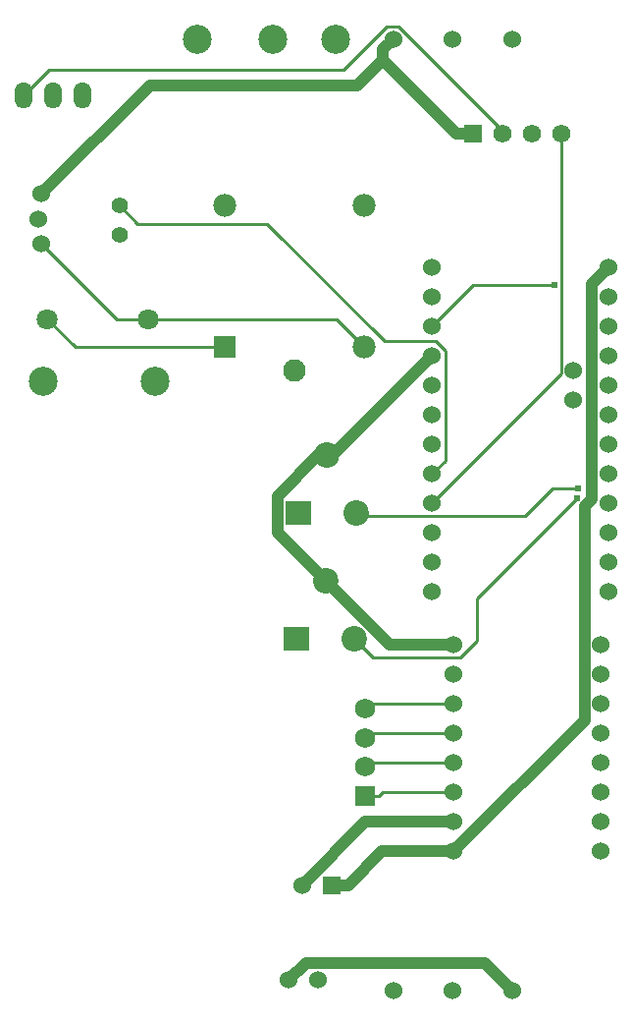
<source format=gtl>
G04 Layer: TopLayer*
G04 EasyEDA v6.5.47, 2024-11-13 16:13:54*
G04 74c0bd91fdf74cf69fbd3cf6ffc820c0,28dbc4cd0de04f76b295d4d1f3f9c80b,10*
G04 Gerber Generator version 0.2*
G04 Scale: 100 percent, Rotated: No, Reflected: No *
G04 Dimensions in millimeters *
G04 leading zeros omitted , absolute positions ,4 integer and 5 decimal *
%FSLAX45Y45*%
%MOMM*%

%AMMACRO1*21,1,$1,$2,0,0,$3*%
%ADD10C,0.2540*%
%ADD11C,1.0000*%
%ADD12MACRO1,1.524X1.524X0.0000*%
%ADD13C,1.5240*%
%ADD14C,1.8000*%
%ADD15C,1.4000*%
%ADD16R,1.5748X1.5748*%
%ADD17C,1.5748*%
%ADD18R,1.7500X1.7500*%
%ADD19C,1.7500*%
%ADD20O,1.524X2.286*%
%ADD21R,1.9799X1.9799*%
%ADD22C,1.9799*%
%ADD23C,1.9350*%
%ADD24MACRO1,2.1996X2.1008X0.0000*%
%ADD25C,2.2000*%
%ADD26C,2.5000*%
%ADD27C,0.6100*%

%LPD*%
D10*
X8554290Y4643216D02*
G01*
X7691274Y3780200D01*
X7691274Y3417844D01*
X7545453Y3272022D01*
X6799150Y3272022D01*
X6638038Y3433135D01*
X6650738Y4512635D02*
G01*
X6671845Y4491527D01*
X8108774Y4491527D01*
X8342988Y4725741D01*
X8563282Y4725741D01*
X7302502Y6121394D02*
G01*
X7662750Y6481643D01*
X8359777Y6481643D01*
X7912102Y7785094D02*
G01*
X7912102Y7805999D01*
X7013831Y8704270D01*
X6913907Y8704270D01*
X6540248Y8330610D01*
X3999918Y8330610D01*
X3784602Y8115294D01*
X5521403Y5943188D02*
G01*
X4226308Y5943188D01*
X3984602Y6184894D01*
D11*
X7493002Y1600194D02*
G01*
X8621397Y2728589D01*
X8621397Y4574687D01*
X8684897Y4638187D01*
X8684897Y6487789D01*
X8826502Y6629394D01*
X6438902Y1308094D02*
G01*
X6580177Y1308094D01*
X7493002Y1600194D02*
G01*
X6872277Y1600194D01*
X6580177Y1308094D01*
X6400802Y5012507D02*
G01*
X6324704Y5012507D01*
X5970831Y4658634D01*
X5970831Y4350278D01*
X6388102Y3933007D01*
X7302502Y5867394D02*
G01*
X6447614Y5012507D01*
X6400802Y5012507D01*
X6879465Y8419917D02*
G01*
X7514287Y7785094D01*
X3937002Y7264394D02*
G01*
X4874237Y8201629D01*
X6661177Y8201629D01*
X6879465Y8419917D01*
X6879465Y8419917D02*
G01*
X6879465Y8509477D01*
X6969965Y8599977D01*
X7658102Y7785094D02*
G01*
X7514287Y7785094D01*
X7999986Y399994D02*
G01*
X7757670Y642310D01*
X6217617Y642310D01*
X6070602Y495294D01*
X7493002Y1854194D02*
G01*
X6731002Y1854194D01*
X6184902Y1308094D01*
X7493002Y3378194D02*
G01*
X6942914Y3378194D01*
X6388102Y3933007D01*
D10*
X7302502Y4597394D02*
G01*
X8420102Y5714994D01*
X8420102Y7785094D01*
X7302502Y4851394D02*
G01*
X7420206Y4969098D01*
X7420206Y5909406D01*
X7335217Y5994394D01*
X6896966Y5994394D01*
X5884471Y7006889D01*
X4766007Y7006889D01*
X4610102Y7162794D01*
X7493002Y2870194D02*
G01*
X6773090Y2870194D01*
X6731002Y2828107D01*
X7493002Y2616194D02*
G01*
X6769102Y2616194D01*
X6731002Y2578094D01*
X7493002Y2362194D02*
G01*
X6765089Y2362194D01*
X6731002Y2328108D01*
X6731002Y2078095D02*
G01*
X6846420Y2078095D01*
X7493002Y2108194D02*
G01*
X6876519Y2108194D01*
X6846420Y2078095D01*
X6721401Y5943188D02*
G01*
X6479694Y6184894D01*
X4854602Y6184894D01*
X3937002Y6832594D02*
G01*
X4584702Y6184894D01*
X4854602Y6184894D01*
D12*
G01*
X6438900Y1308100D03*
D13*
G01*
X6184900Y1308092D03*
G01*
X6324600Y495292D03*
G01*
X6070600Y495292D03*
D14*
G01*
X3984599Y6184892D03*
G01*
X4854600Y6184892D03*
D15*
G01*
X4610100Y7162792D03*
G01*
X4610100Y6908792D03*
D16*
G01*
X7658100Y7785092D03*
D17*
G01*
X7912100Y7785092D03*
G01*
X8166100Y7785092D03*
G01*
X8420100Y7785092D03*
D18*
G01*
X6731000Y2078093D03*
D19*
G01*
X6731000Y2328105D03*
G01*
X6731000Y2578092D03*
G01*
X6731000Y2828104D03*
D20*
G01*
X3784600Y8115292D03*
G01*
X4038600Y8115292D03*
G01*
X4292600Y8115292D03*
D21*
G01*
X5521401Y5943185D03*
D22*
G01*
X6721398Y5943185D03*
D23*
G01*
X6121400Y5743186D03*
D22*
G01*
X5521401Y7163198D03*
G01*
X6721398Y7163198D03*
D24*
G01*
X6138163Y3433013D03*
D25*
G01*
X6638036Y3433132D03*
G01*
X6388100Y3933004D03*
D24*
G01*
X6150863Y4512513D03*
D25*
G01*
X6650736Y4512632D03*
G01*
X6400800Y5012504D03*
D26*
G01*
X3949700Y5651492D03*
G01*
X4914900Y5651492D03*
D13*
G01*
X6969963Y8599975D03*
G01*
X7484973Y8599975D03*
G01*
X7999984Y8599975D03*
G01*
X6969963Y399991D03*
G01*
X7484973Y399991D03*
G01*
X7999984Y399991D03*
G01*
X3911600Y7048492D03*
G01*
X3937000Y7264392D03*
G01*
X3937000Y6832592D03*
G01*
X8826500Y4851392D03*
G01*
X8826500Y5105392D03*
G01*
X8826500Y5359392D03*
G01*
X8826500Y5613392D03*
G01*
X8526500Y5486392D03*
G01*
X8526500Y5740392D03*
G01*
X7302500Y5613392D03*
G01*
X7302500Y5359392D03*
G01*
X7302500Y5105392D03*
G01*
X7302500Y4851392D03*
G01*
X7302500Y4597392D03*
G01*
X7302500Y4343392D03*
G01*
X7302500Y4089392D03*
G01*
X7302500Y3835392D03*
G01*
X8826500Y3835392D03*
G01*
X8826500Y4089392D03*
G01*
X8826500Y4343392D03*
G01*
X8826500Y4597392D03*
G01*
X7302500Y5867392D03*
G01*
X8826500Y6375392D03*
G01*
X8826500Y6629392D03*
G01*
X8826500Y6121392D03*
G01*
X7302500Y6121392D03*
G01*
X7302500Y6375392D03*
G01*
X7302500Y6629392D03*
G01*
X8826500Y5867392D03*
G01*
X7493000Y2108192D03*
G01*
X7493000Y1854192D03*
G01*
X7493000Y1600192D03*
G01*
X7493000Y2362192D03*
G01*
X7493000Y2616192D03*
G01*
X7493000Y2870192D03*
G01*
X7493000Y3124192D03*
G01*
X7493000Y3378192D03*
G01*
X8763000Y3378192D03*
G01*
X8763000Y3124192D03*
G01*
X8763000Y2870192D03*
G01*
X8763000Y2616192D03*
G01*
X8763000Y2362192D03*
G01*
X8763000Y2108192D03*
G01*
X8763000Y1854192D03*
G01*
X8763000Y1600192D03*
D26*
G01*
X5283200Y8599975D03*
G01*
X5930900Y8599975D03*
G01*
X6477000Y8599975D03*
D27*
G01*
X8554288Y4643213D03*
G01*
X8563279Y4725738D03*
G01*
X8359775Y6481640D03*
M02*

</source>
